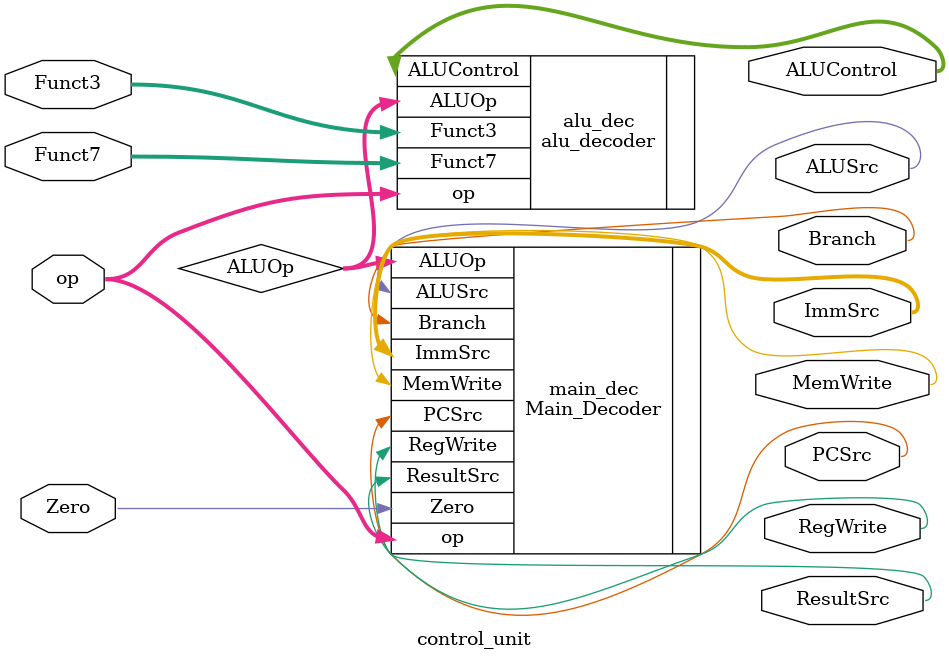
<source format=v>
/*`include "ALU_DECODER.v"
`include "MAIN_DECODER.v"
*/

module control_unit(op,RegWrite,ImmSrc,ALUSrc,MemWrite,ResultSrc,Branch,PCSrc,Zero,ALUControl,Funct3,Funct7);
                    
  input [6:0]op,Funct7;
                    input Zero;
  input [2:0]Funct3;
    output RegWrite,ALUSrc,MemWrite,ResultSrc,Branch,PCSrc;
    output [1:0]ImmSrc;
    output [2:0]ALUControl;

                    
                    
 wire [1:0]ALUOp;
                    
 Main_Decoder main_dec(.op(op)
             ,.RegWrite(RegWrite)
             ,.ImmSrc(ImmSrc)
             ,.ALUSrc(ALUSrc)
             ,.MemWrite(MemWrite)
             ,.ResultSrc(ResultSrc)
             ,.Branch(Branch)
             ,.ALUOp(ALUOp)
             ,.PCSrc(PCSrc)
             ,.Zero(Zero));
                    
                    
alu_decoder alu_dec (.ALUOp(ALUOp)
             ,.op(op)
             ,.ALUControl(ALUControl)
             ,.Funct3(Funct3)
             ,.Funct7(Funct7));                    
  
endmodule
</source>
